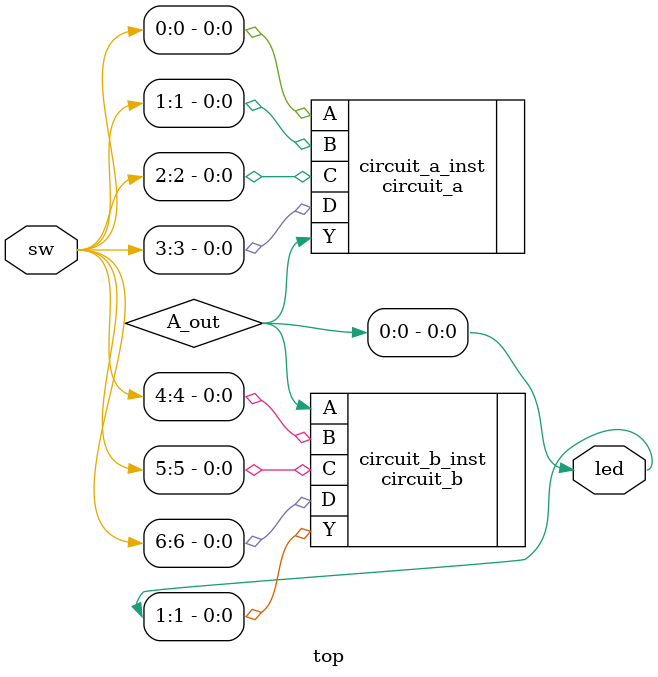
<source format=v>
module top(
    input [6:0] sw,   // switches
    output [1:0] led   // LEDs
);

    // Circuit A signals
    wire A_out;

    // Circuit A instance
    circuit_a circuit_a_inst (
        .A(sw[0]),
        .B(sw[1]),
        .C(sw[2]),
        .D(sw[3]),
        .Y(A_out)
    );

    assign led[0] = A_out;  // Output of Circuit A → LED[0]

    // Circuit B instance
    circuit_b circuit_b_inst (
        .A(A_out),   // Circuit B input A is A_out
        .B(sw[4]),
        .C(sw[5]),
        .D(sw[6]),
        .Y(led[1])   // Output → LED[1]
    );

endmodule
</source>
